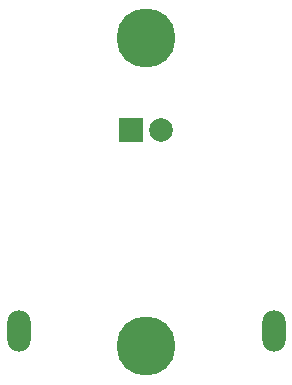
<source format=gbr>
%TF.GenerationSoftware,KiCad,Pcbnew,8.0.5*%
%TF.CreationDate,2025-02-18T11:57:17+00:00*%
%TF.ProjectId,solder_badge_SO,736f6c64-6572-45f6-9261-6467655f534f,v2*%
%TF.SameCoordinates,Original*%
%TF.FileFunction,Soldermask,Bot*%
%TF.FilePolarity,Negative*%
%FSLAX46Y46*%
G04 Gerber Fmt 4.6, Leading zero omitted, Abs format (unit mm)*
G04 Created by KiCad (PCBNEW 8.0.5) date 2025-02-18 11:57:17*
%MOMM*%
%LPD*%
G01*
G04 APERTURE LIST*
%ADD10R,2.000000X2.000000*%
%ADD11C,2.000000*%
%ADD12O,2.000000X3.500000*%
%ADD13C,5.000000*%
G04 APERTURE END LIST*
D10*
%TO.C,LED1*%
X227760000Y-127100000D03*
D11*
X230300000Y-127100000D03*
%TD*%
D12*
%TO.C,CR2032*%
X218230000Y-144120000D03*
X239830000Y-144120000D03*
D13*
X229030000Y-145390000D03*
%TD*%
%TO.C,Pin:*%
X229000000Y-119300000D03*
%TD*%
M02*

</source>
